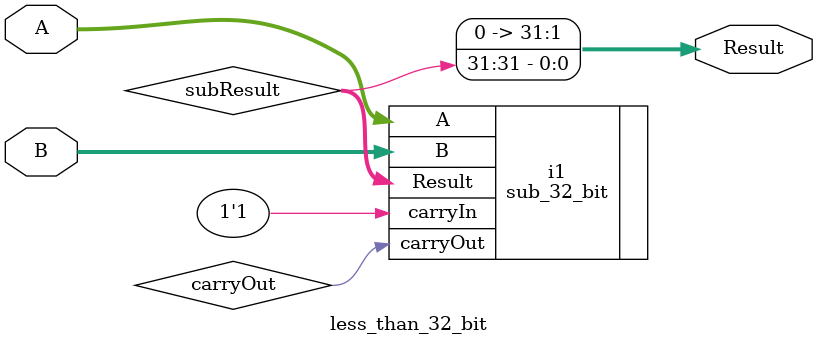
<source format=v>
module less_than_32_bit(
	input [31:0] A,
	input [31:0] B,
	output [31:0] Result
);

	wire [31:0] subResult;
	wire carryOut;
	
	sub_32_bit i1(.A(A), .B(B), .carryIn(1'b1), .carryOut(carryOut), .Result(subResult));

	
	or or1(Result[0],1'b0,subResult[31]); // Set the lsb of result to the sign bit of the subResult
	
	and and1(Result[1],1'b0,subResult[31]); // Set the rest of the bits to zero manually
	and and2(Result[2],1'b0,subResult[31]);
	and and3(Result[3],1'b0,subResult[31]);
	and and4(Result[4],1'b0,subResult[31]);
	and and5(Result[5],1'b0,subResult[31]);
	and and6(Result[6],1'b0,subResult[31]);
	and and7(Result[7],1'b0,subResult[31]);
	and and8(Result[8],1'b0,subResult[31]);
	and and9(Result[9],1'b0,subResult[31]);
	and and10(Result[10],1'b0,subResult[31]);
	and and11(Result[11],1'b0,subResult[31]);
	and and12(Result[12],1'b0,subResult[31]);
	and and13(Result[13],1'b0,subResult[31]);
	and and14(Result[14],1'b0,subResult[31]);
	and and15(Result[15],1'b0,subResult[31]);
	and and16(Result[16],1'b0,subResult[31]);
	and and17(Result[17],1'b0,subResult[31]);
	and and18(Result[18],1'b0,subResult[31]);
	and and19(Result[19],1'b0,subResult[31]);
	and and20(Result[20],1'b0,subResult[31]);
	and and21(Result[21],1'b0,subResult[31]);
	and and22(Result[22],1'b0,subResult[31]);
	and and23(Result[23],1'b0,subResult[31]);
	and and24(Result[24],1'b0,subResult[31]);
	and and25(Result[25],1'b0,subResult[31]);
	and and26(Result[26],1'b0,subResult[31]);
	and and27(Result[27],1'b0,subResult[31]);
	and and28(Result[28],1'b0,subResult[31]);
	and and29(Result[29],1'b0,subResult[31]);
	and and30(Result[30],1'b0,subResult[31]);
	and and31(Result[31],1'b0,subResult[31]);
	
	
endmodule

</source>
